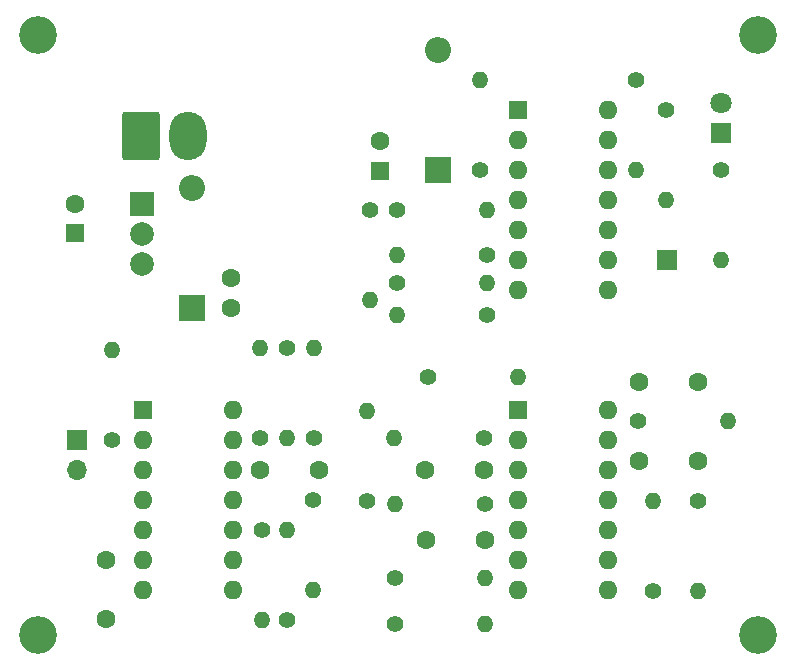
<source format=gts>
%TF.GenerationSoftware,KiCad,Pcbnew,(6.0.4)*%
%TF.CreationDate,2022-04-22T20:46:49-07:00*%
%TF.ProjectId,beacondetector-v2,62656163-6f6e-4646-9574-6563746f722d,v2.0*%
%TF.SameCoordinates,Original*%
%TF.FileFunction,Soldermask,Top*%
%TF.FilePolarity,Negative*%
%FSLAX46Y46*%
G04 Gerber Fmt 4.6, Leading zero omitted, Abs format (unit mm)*
G04 Created by KiCad (PCBNEW (6.0.4)) date 2022-04-22 20:46:49*
%MOMM*%
%LPD*%
G01*
G04 APERTURE LIST*
G04 Aperture macros list*
%AMRoundRect*
0 Rectangle with rounded corners*
0 $1 Rounding radius*
0 $2 $3 $4 $5 $6 $7 $8 $9 X,Y pos of 4 corners*
0 Add a 4 corners polygon primitive as box body*
4,1,4,$2,$3,$4,$5,$6,$7,$8,$9,$2,$3,0*
0 Add four circle primitives for the rounded corners*
1,1,$1+$1,$2,$3*
1,1,$1+$1,$4,$5*
1,1,$1+$1,$6,$7*
1,1,$1+$1,$8,$9*
0 Add four rect primitives between the rounded corners*
20,1,$1+$1,$2,$3,$4,$5,0*
20,1,$1+$1,$4,$5,$6,$7,0*
20,1,$1+$1,$6,$7,$8,$9,0*
20,1,$1+$1,$8,$9,$2,$3,0*%
G04 Aperture macros list end*
%ADD10O,1.600000X1.600000*%
%ADD11R,1.600000X1.600000*%
%ADD12C,1.600000*%
%ADD13C,3.200000*%
%ADD14O,1.400000X1.400000*%
%ADD15C,1.400000*%
%ADD16R,2.200000X2.200000*%
%ADD17O,2.200000X2.200000*%
%ADD18C,2.000000*%
%ADD19R,2.000000X2.000000*%
%ADD20R,1.700000X1.700000*%
%ADD21O,1.700000X1.700000*%
%ADD22C,1.800000*%
%ADD23R,1.800000X1.800000*%
%ADD24RoundRect,0.250000X-1.330000X-1.800000X1.330000X-1.800000X1.330000X1.800000X-1.330000X1.800000X0*%
%ADD25O,3.160000X4.100000*%
G04 APERTURE END LIST*
D10*
X163103400Y-81173400D03*
X163103400Y-83713400D03*
X163103400Y-86253400D03*
X163103400Y-88793400D03*
X163103400Y-91333400D03*
X163103400Y-93873400D03*
X163103400Y-96413400D03*
X155483400Y-96413400D03*
X155483400Y-93873400D03*
X155483400Y-91333400D03*
X155483400Y-88793400D03*
X155483400Y-86253400D03*
X155483400Y-83713400D03*
D11*
X155483400Y-81173400D03*
D12*
X170713400Y-110923400D03*
X165713400Y-110923400D03*
D13*
X114833400Y-125628400D03*
D14*
X166913400Y-114243400D03*
D15*
X166913400Y-121863400D03*
D14*
X152843400Y-95798400D03*
D15*
X145223400Y-95798400D03*
D16*
X127865607Y-97897010D03*
D17*
X127865607Y-87737010D03*
D18*
X123665600Y-94177000D03*
X123665600Y-91637000D03*
D19*
X123665600Y-89097000D03*
D15*
X145203400Y-89598400D03*
D14*
X152823400Y-89598400D03*
D15*
X135933400Y-124313400D03*
D14*
X135933400Y-116693400D03*
D15*
X135933400Y-101353400D03*
D14*
X135933400Y-108973400D03*
D11*
X143843400Y-86298400D03*
D12*
X143843400Y-83798400D03*
D15*
X133633400Y-108973400D03*
D14*
X133633400Y-101353400D03*
D15*
X145110200Y-120802400D03*
D14*
X152730200Y-120802400D03*
X142683400Y-106613400D03*
D15*
X142683400Y-114233400D03*
D13*
X114833400Y-74828400D03*
D15*
X152823400Y-93448400D03*
D14*
X145203400Y-93448400D03*
X155498800Y-103733600D03*
D15*
X147878800Y-103733600D03*
D12*
X138633400Y-111673400D03*
X133633400Y-111673400D03*
D14*
X165483400Y-86208400D03*
D15*
X165483400Y-78588400D03*
D13*
X175793400Y-74828400D03*
D12*
X117965600Y-89107000D03*
D11*
X117965600Y-91607000D03*
D13*
X175793400Y-125628400D03*
D11*
X155483400Y-106573400D03*
D10*
X155483400Y-109113400D03*
X155483400Y-111653400D03*
X155483400Y-114193400D03*
X155483400Y-116733400D03*
X155483400Y-119273400D03*
X155483400Y-121813400D03*
X163103400Y-121813400D03*
X163103400Y-119273400D03*
X163103400Y-116733400D03*
X163103400Y-114193400D03*
X163103400Y-111653400D03*
X163103400Y-109113400D03*
X163103400Y-106573400D03*
D15*
X152730200Y-114503200D03*
D14*
X145110200Y-114503200D03*
X145223400Y-98498400D03*
D15*
X152843400Y-98498400D03*
D14*
X172669200Y-93878400D03*
D15*
X172669200Y-86258400D03*
X165633400Y-107463400D03*
D14*
X173253400Y-107463400D03*
D12*
X147583400Y-111623400D03*
X152583400Y-111623400D03*
D20*
X118133393Y-109073391D03*
D21*
X118133393Y-111613391D03*
D15*
X133833400Y-116713400D03*
D14*
X133833400Y-124333400D03*
D12*
X120633400Y-124273400D03*
X120633400Y-119273400D03*
D14*
X152730200Y-124663200D03*
D15*
X145110200Y-124663200D03*
D11*
X123733400Y-106573400D03*
D10*
X123733400Y-109113400D03*
X123733400Y-111653400D03*
X123733400Y-114193400D03*
X123733400Y-116733400D03*
X123733400Y-119273400D03*
X123733400Y-121813400D03*
X131353400Y-121813400D03*
X131353400Y-119273400D03*
X131353400Y-116733400D03*
X131353400Y-114193400D03*
X131353400Y-111653400D03*
X131353400Y-109113400D03*
X131353400Y-106573400D03*
D14*
X152243400Y-78628400D03*
D15*
X152243400Y-86248400D03*
D12*
X131165600Y-95397000D03*
X131165600Y-97897000D03*
D15*
X121133400Y-109073400D03*
D14*
X121133400Y-101453400D03*
D22*
X172694600Y-80594200D03*
D23*
X172694600Y-83134200D03*
D15*
X142943400Y-89598400D03*
D14*
X142943400Y-97218400D03*
D12*
X147730200Y-117551200D03*
X152730200Y-117551200D03*
D15*
X138133400Y-114193400D03*
D14*
X138133400Y-121813400D03*
D12*
X170713400Y-104163400D03*
X165713400Y-104163400D03*
D24*
X123585600Y-83352000D03*
D25*
X127545600Y-83352000D03*
D14*
X138233400Y-101353400D03*
D15*
X138233400Y-108973400D03*
X152593400Y-108923400D03*
D14*
X144973400Y-108923400D03*
D15*
X168043400Y-81178400D03*
D14*
X168043400Y-88798400D03*
D15*
X170713400Y-114243400D03*
D14*
X170713400Y-121863400D03*
D17*
X148743400Y-76108400D03*
D16*
X148743400Y-86268400D03*
D20*
X168143400Y-93898400D03*
M02*

</source>
